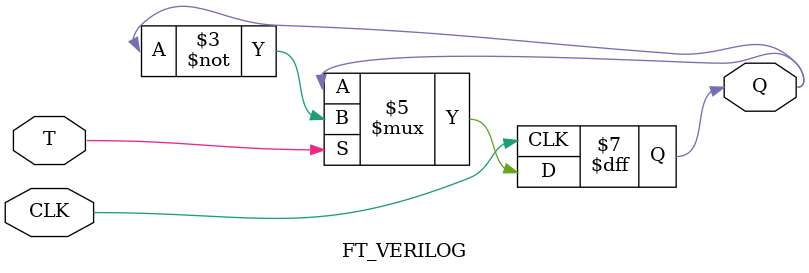
<source format=v>
module FT_VERILOG(CLK, T, Q);

    input  CLK;
    input  T;
    output Q;

    reg    Q;

    always @(posedge CLK) begin
        if (T == 1'b1) begin
        	Q <= ~Q;
        end
        else begin
        	Q <= Q;
        end
    end

endmodule

</source>
